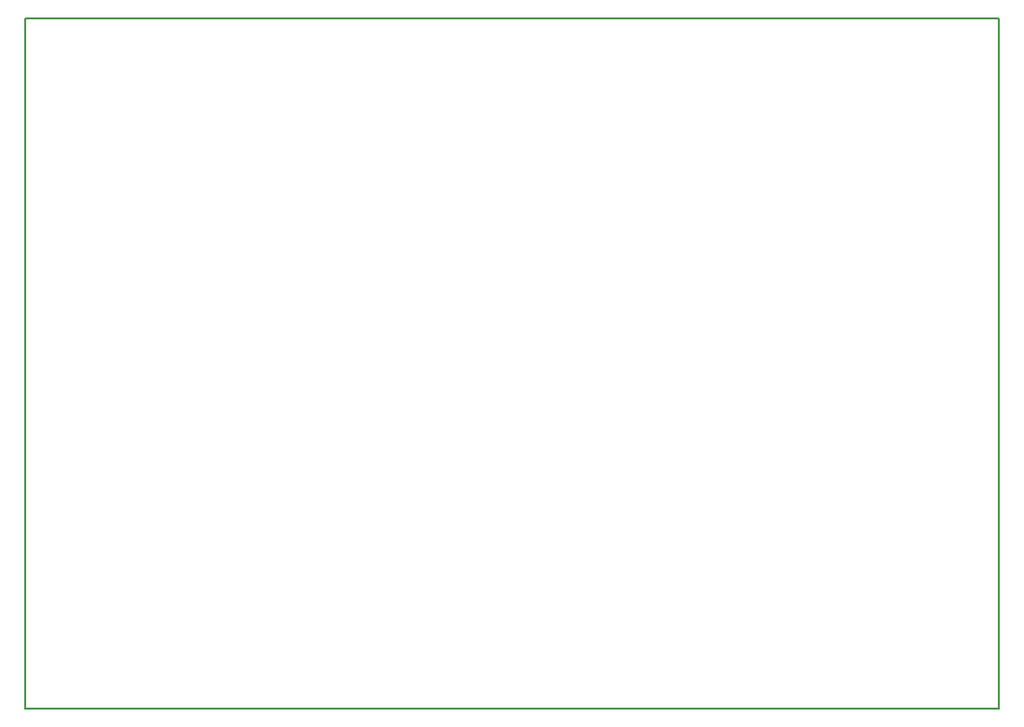
<source format=gbr>
G04 #@! TF.GenerationSoftware,KiCad,Pcbnew,5.0.2+dfsg1-1~bpo9+1*
G04 #@! TF.CreationDate,2021-06-23T00:14:27-03:00*
G04 #@! TF.ProjectId,minilab,6d696e69-6c61-4622-9e6b-696361645f70,rev?*
G04 #@! TF.SameCoordinates,Original*
G04 #@! TF.FileFunction,Profile,NP*
%FSLAX46Y46*%
G04 Gerber Fmt 4.6, Leading zero omitted, Abs format (unit mm)*
G04 Created by KiCad (PCBNEW 5.0.2+dfsg1-1~bpo9+1) date mié 23 jun 2021 00:14:27 -03*
%MOMM*%
%LPD*%
G01*
G04 APERTURE LIST*
%ADD10C,0.150000*%
G04 APERTURE END LIST*
D10*
X90700000Y-120200000D02*
X90700000Y-59800000D01*
X175800000Y-120200000D02*
X90700000Y-120200000D01*
X175800000Y-59800000D02*
X175800000Y-120200000D01*
X90700000Y-59800000D02*
X175800000Y-59800000D01*
M02*

</source>
